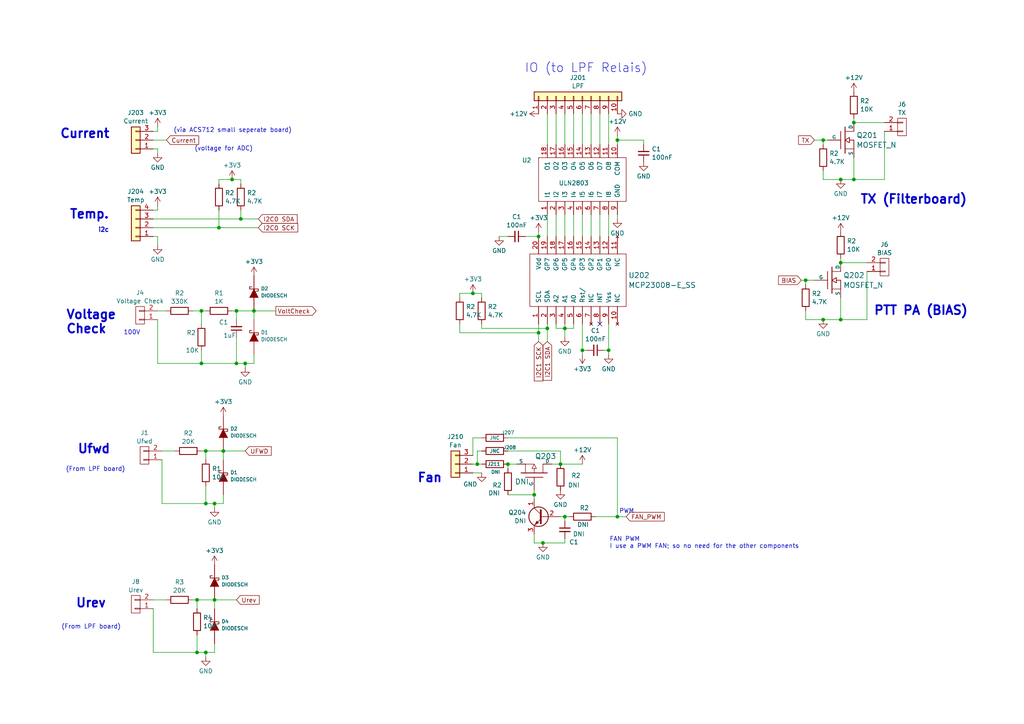
<source format=kicad_sch>
(kicad_sch (version 20230121) (generator eeschema)
  (paper "A4")
  (lib_symbols
    (symbol "Connector_Generic:Conn_01x03" (pin_names (offset 1.016) hide)
      (property "Reference" "J" (at 0 5.08 0))
      (property "Value" "Conn_01x03" (at 0 -5.08 0))
      (symbol "Conn_01x03_1_1"
        (rectangle (start -1.27 -2.413) (end 0 -2.667) (stroke (width 0.1524)))
        (rectangle (start -1.27 0.127) (end 0 -0.127) (stroke (width 0.1524)))
        (rectangle (start -1.27 2.667) (end 0 2.413) (stroke (width 0.1524)))
        (rectangle (start -1.27 3.81) (end 1.27 -3.81) (stroke (width 0.254)) (fill (type background)))
        (pin passive line (at -5.08 2.54 0) (length 3.81) (name "Pin_1") (number "1"))
        (pin passive line (at -5.08 0 0) (length 3.81) (name "Pin_2") (number "2"))
        (pin passive line (at -5.08 -2.54 0) (length 3.81) (name "Pin_3") (number "3"))
      )
    )
    (symbol "Connector_Generic:Conn_01x04" (pin_names (offset 1.016) hide)
      (property "Reference" "J" (at 0 5.08 0))
      (property "Value" "Conn_01x04" (at 0 -7.62 0))
      (symbol "Conn_01x04_1_1"
        (rectangle (start -1.27 -4.953) (end 0 -5.207) (stroke (width 0.1524)))
        (rectangle (start -1.27 -2.413) (end 0 -2.667) (stroke (width 0.1524)))
        (rectangle (start -1.27 0.127) (end 0 -0.127) (stroke (width 0.1524)))
        (rectangle (start -1.27 2.667) (end 0 2.413) (stroke (width 0.1524)))
        (rectangle (start -1.27 3.81) (end 1.27 -6.35) (stroke (width 0.254)) (fill (type background)))
        (pin passive line (at -5.08 2.54 0) (length 3.81) (name "Pin_1") (number "1"))
        (pin passive line (at -5.08 0 0) (length 3.81) (name "Pin_2") (number "2"))
        (pin passive line (at -5.08 -2.54 0) (length 3.81) (name "Pin_3") (number "3"))
        (pin passive line (at -5.08 -5.08 0) (length 3.81) (name "Pin_4") (number "4"))
      )
    )
    (symbol "Connector_Generic:Conn_01x10" (pin_names (offset 1.016) hide)
      (property "Reference" "J" (at 0 12.7 0))
      (property "Value" "Conn_01x10" (at 0 -15.24 0))
      (symbol "Conn_01x10_1_1"
        (rectangle (start -1.27 -12.573) (end 0 -12.827) (stroke (width 0.1524)))
        (rectangle (start -1.27 -10.033) (end 0 -10.287) (stroke (width 0.1524)))
        (rectangle (start -1.27 -7.493) (end 0 -7.747) (stroke (width 0.1524)))
        (rectangle (start -1.27 -4.953) (end 0 -5.207) (stroke (width 0.1524)))
        (rectangle (start -1.27 -2.413) (end 0 -2.667) (stroke (width 0.1524)))
        (rectangle (start -1.27 0.127) (end 0 -0.127) (stroke (width 0.1524)))
        (rectangle (start -1.27 2.667) (end 0 2.413) (stroke (width 0.1524)))
        (rectangle (start -1.27 5.207) (end 0 4.953) (stroke (width 0.1524)))
        (rectangle (start -1.27 7.747) (end 0 7.493) (stroke (width 0.1524)))
        (rectangle (start -1.27 10.287) (end 0 10.033) (stroke (width 0.1524)))
        (rectangle (start -1.27 11.43) (end 1.27 -13.97) (stroke (width 0.254)) (fill (type background)))
        (pin passive line (at -5.08 10.16 0) (length 3.81) (name "Pin_1") (number "1"))
        (pin passive line (at -5.08 -12.7 0) (length 3.81) (name "Pin_10") (number "10"))
        (pin passive line (at -5.08 7.62 0) (length 3.81) (name "Pin_2") (number "2"))
        (pin passive line (at -5.08 5.08 0) (length 3.81) (name "Pin_3") (number "3"))
        (pin passive line (at -5.08 2.54 0) (length 3.81) (name "Pin_4") (number "4"))
        (pin passive line (at -5.08 0 0) (length 3.81) (name "Pin_5") (number "5"))
        (pin passive line (at -5.08 -2.54 0) (length 3.81) (name "Pin_6") (number "6"))
        (pin passive line (at -5.08 -5.08 0) (length 3.81) (name "Pin_7") (number "7"))
        (pin passive line (at -5.08 -7.62 0) (length 3.81) (name "Pin_8") (number "8"))
        (pin passive line (at -5.08 -10.16 0) (length 3.81) (name "Pin_9") (number "9"))
      )
    )
    (symbol "Transistor_BJT:BC547" (pin_names (offset 0) hide)
      (property "Reference" "Q" (at 5.08 1.905 0))
      (property "Value" "BC547" (at 5.08 0 0))
      (symbol "BC547_0_1"
        (polyline (pts (xy 0 0) (xy 0.635 0)))
        (polyline (pts (xy 0.635 0.635) (xy 2.54 2.54)))
        (polyline (pts (xy 0.635 -0.635) (xy 2.54 -2.54) (xy 2.54 -2.54)))
        (polyline (pts (xy 0.635 1.905) (xy 0.635 -1.905) (xy 0.635 -1.905)) (stroke (width 0.508)))
        (polyline (pts (xy 1.27 -1.778) (xy 1.778 -1.27) (xy 2.286 -2.286) (xy 1.27 -1.778) (xy 1.27 -1.778)) (fill (type outline)))
        (circle (center 1.27 0) (radius 2.8194) (stroke (width 0.254)))
      )
      (symbol "BC547_1_1"
        (pin passive line (at 2.54 5.08 270) (length 2.54) (name "C") (number "1"))
        (pin input line (at -5.08 0 0) (length 5.08) (name "B") (number "2"))
        (pin passive line (at 2.54 -5.08 90) (length 2.54) (name "E") (number "3"))
      )
    )
    (symbol "hermeslite:+3V3" (power) (pin_names (offset 0))
      (property "Value" "+3V3" (at 0 3.556 0))
      (symbol "+3V3_0_1"
        (polyline (pts (xy -0.762 1.27) (xy 0 2.54)))
        (polyline (pts (xy 0 0) (xy 0 2.54)))
        (polyline (pts (xy 0 2.54) (xy 0.762 1.27)))
      )
      (symbol "+3V3_1_1"
        (pin power_in line (at 0 0 90) (length 0) hide (name "+3V3") (number "1"))
      )
    )
    (symbol "hermeslite:CONN_01X02" (pin_names (offset 1.016) hide)
      (property "Reference" "J" (at 0 3.81 0))
      (property "Value" "CONN_01X02" (at 2.54 0 90))
      (symbol "CONN_01X02_0_1"
        (rectangle (start -1.27 -1.143) (end 0.254 -1.397))
        (rectangle (start -1.27 1.397) (end 0.254 1.143))
        (rectangle (start -1.27 2.54) (end 1.27 -2.54))
      )
      (symbol "CONN_01X02_1_1"
        (pin passive line (at -5.08 1.27 0) (length 3.81) (name "P1") (number "1"))
        (pin passive line (at -5.08 -1.27 0) (length 3.81) (name "P2") (number "2"))
      )
    )
    (symbol "hermeslite:C_Small" (pin_numbers hide) (pin_names (offset 0.254) hide)
      (property "Reference" "C" (at 0.254 1.778 0))
      (property "Value" "C_Small" (at 0.254 -2.032 0))
      (symbol "C_Small_0_1"
        (polyline (pts (xy -1.524 -0.508) (xy 1.524 -0.508)) (stroke (width 0.3302)))
        (polyline (pts (xy -1.524 0.508) (xy 1.524 0.508)) (stroke (width 0.3048)))
      )
      (symbol "C_Small_1_1"
        (pin passive line (at 0 2.54 270) (length 2.032) (name "~") (number "1"))
        (pin passive line (at 0 -2.54 90) (length 2.032) (name "~") (number "2"))
      )
    )
    (symbol "hermeslite:DIODESCH" (pin_numbers hide) (pin_names (offset 1.016) hide)
      (property "Reference" "D" (at 0 2.54 0))
      (property "Value" "DIODESCH" (at 0 -2.54 0))
      (symbol "DIODESCH_0_1"
        (polyline (pts (xy -1.27 1.27) (xy 1.27 0) (xy -1.27 -1.27)) (fill (type outline)))
        (polyline (pts (xy 1.905 0.635) (xy 1.905 1.27) (xy 1.27 1.27) (xy 1.27 -1.27) (xy 0.635 -1.27) (xy 0.635 -0.635)) (stroke (width 0.2032)))
      )
      (symbol "DIODESCH_1_1"
        (pin passive line (at -5.08 0 0) (length 3.81) (name "A") (number "1"))
        (pin passive line (at 5.08 0 180) (length 3.81) (name "K") (number "2"))
      )
    )
    (symbol "hermeslite:GND" (power) (pin_names (offset 0))
      (property "Value" "GND" (at 0 -3.81 0))
      (symbol "GND_0_1"
        (polyline (pts (xy 0 0) (xy 0 -1.27) (xy 1.27 -1.27) (xy 0 -2.54) (xy -1.27 -1.27) (xy 0 -1.27)))
      )
      (symbol "GND_1_1"
        (pin power_in line (at 0 0 270) (length 0) hide (name "GND") (number "1"))
      )
    )
    (symbol "hermeslite:JNC" (pin_numbers hide) (pin_names (offset 0))
      (property "Reference" "J" (at 2.032 0 90))
      (property "Value" "JNC" (at 0 0 90))
      (symbol "JNC_0_1"
        (rectangle (start -1.016 -2.54) (end 1.016 2.54) (stroke (width 0.254)))
      )
      (symbol "JNC_1_1"
        (pin passive line (at 0 -3.81 90) (length 1.27) (name "~") (number "1"))
        (pin passive line (at 0 3.81 270) (length 1.27) (name "~") (number "2"))
      )
    )
    (symbol "hermeslite:JNO" (pin_numbers hide) (pin_names (offset 0))
      (property "Reference" "J" (at 2.032 0 90))
      (property "Value" "JNO" (at 0 0 90))
      (symbol "JNO_0_1"
        (rectangle (start -1.016 -2.54) (end 1.016 2.54) (stroke (width 0.254)))
      )
      (symbol "JNO_1_1"
        (pin passive line (at 0 3.81 270) (length 1.27) (name "~") (number "1"))
        (pin passive line (at 0 -3.81 90) (length 1.27) (name "~") (number "2"))
      )
    )
    (symbol "hermeslite:MCP23008-E_SS" (pin_names (offset 1.016))
      (property "Reference" "U" (at 0 15.24 0))
      (property "Value" "MCP23008-E_SS" (at 0 -19.05 0))
      (symbol "MCP23008-E_SS_0_1"
        (rectangle (start -7.62 12.7) (end 7.62 -15.24))
      )
      (symbol "MCP23008-E_SS_1_1"
        (pin input line (at -12.7 10.16 0) (length 5.08) (name "SCL") (number "1"))
        (pin no_connect line (at -12.7 -12.7 0) (length 5.08) (name "NC") (number "10"))
        (pin no_connect line (at 12.7 -12.7 180) (length 5.08) (name "NC") (number "11"))
        (pin output line (at 12.7 -10.16 180) (length 5.08) (name "GP0") (number "12"))
        (pin output line (at 12.7 -7.62 180) (length 5.08) (name "GP1") (number "13"))
        (pin output line (at 12.7 -5.08 180) (length 5.08) (name "GP2") (number "14"))
        (pin output line (at 12.7 -2.54 180) (length 5.08) (name "GP3") (number "15"))
        (pin output line (at 12.7 0 180) (length 5.08) (name "GP4") (number "16"))
        (pin output line (at 12.7 2.54 180) (length 5.08) (name "GP5") (number "17"))
        (pin output line (at 12.7 5.08 180) (length 5.08) (name "GP6") (number "18"))
        (pin output line (at 12.7 7.62 180) (length 5.08) (name "GP7") (number "19"))
        (pin bidirectional line (at -12.7 7.62 0) (length 5.08) (name "SDA") (number "2"))
        (pin power_in line (at 12.7 10.16 180) (length 5.08) (name "Vdd") (number "20"))
        (pin input line (at -12.7 5.08 0) (length 5.08) (name "A2") (number "3"))
        (pin input line (at -12.7 2.54 0) (length 5.08) (name "A1") (number "4"))
        (pin input line (at -12.7 0 0) (length 5.08) (name "A0") (number "5"))
        (pin input line (at -12.7 -2.54 0) (length 5.08) (name "Rst/") (number "6"))
        (pin no_connect line (at -12.7 -5.08 0) (length 5.08) (name "NC") (number "7"))
        (pin output line (at -12.7 -7.62 0) (length 5.08) (name "INT") (number "8"))
        (pin passive line (at -12.7 -10.16 0) (length 5.08) (name "Vss") (number "9"))
      )
    )
    (symbol "hermeslite:MOSFET_N" (pin_numbers hide) (pin_names (offset 0))
      (property "Reference" "Q" (at 0.254 4.318 0))
      (property "Value" "MOSFET_N" (at 0.254 -3.81 0))
      (symbol "MOSFET_N_0_1"
        (polyline (pts (xy -1.27 -2.54) (xy -1.27 2.54)) (stroke (width 0.2032)))
        (polyline (pts (xy 0 -3.81) (xy 0 3.81)) (stroke (width 0.254)))
        (polyline (pts (xy 2.54 -2.54) (xy 0 -2.54)))
        (polyline (pts (xy 2.54 2.54) (xy 0 2.54)))
        (polyline (pts (xy 2.54 -2.54) (xy 2.54 0) (xy 1.27 0)) (stroke (width 0.2032)))
        (polyline (pts (xy 1.27 0.762) (xy 1.27 -0.762) (xy 0 0) (xy 1.27 0.762) (xy 1.27 0.762)) (stroke (width 0.2032)))
      )
      (symbol "MOSFET_N_1_1"
        (pin input line (at -5.08 0 0) (length 3.81) (name "G") (number "1"))
        (pin passive line (at 2.54 -5.08 90) (length 2.54) (name "S") (number "2"))
        (pin passive line (at 2.54 5.08 270) (length 2.54) (name "D") (number "3"))
      )
    )
    (symbol "hermeslite:MOSFET_P" (pin_numbers hide) (pin_names (offset 0))
      (property "Reference" "Q" (at 0.254 4.318 0))
      (property "Value" "MOSFET_P" (at 0.254 -3.81 0))
      (symbol "MOSFET_P_0_1"
        (polyline (pts (xy -1.27 -2.54) (xy -1.27 2.54)) (stroke (width 0.2032)))
        (polyline (pts (xy 0 -3.81) (xy 0 3.81)) (stroke (width 0.254)))
        (polyline (pts (xy 0 0) (xy 1.27 0)))
        (polyline (pts (xy 1.27 -0.635) (xy 2.54 0)))
        (polyline (pts (xy 1.27 0.635) (xy 1.27 -0.635)))
        (polyline (pts (xy 1.27 0.635) (xy 2.54 0)))
        (polyline (pts (xy 2.54 -2.54) (xy 0 -2.54)))
        (polyline (pts (xy 2.54 0) (xy 2.54 -2.54)))
        (polyline (pts (xy 2.54 2.54) (xy 0 2.54)))
      )
      (symbol "MOSFET_P_1_1"
        (pin input line (at -5.08 0 0) (length 3.81) (name "G") (number "1"))
        (pin passive line (at 2.54 -5.08 90) (length 2.54) (name "S") (number "2"))
        (pin passive line (at 2.54 5.08 270) (length 2.54) (name "D") (number "3"))
      )
    )
    (symbol "hermeslite:R" (pin_numbers hide) (pin_names (offset 0))
      (property "Reference" "R" (at 2.032 0 90))
      (property "Value" "R" (at 0 0 90))
      (symbol "R_0_1"
        (rectangle (start -1.016 -2.54) (end 1.016 2.54) (stroke (width 0.254)))
      )
      (symbol "R_1_1"
        (pin passive line (at 0 3.81 270) (length 1.27) (name "~") (number "1"))
        (pin passive line (at 0 -3.81 90) (length 1.27) (name "~") (number "2"))
      )
    )
    (symbol "hermeslite:ULN2803" (pin_names (offset 1.016))
      (property "Reference" "U" (at 0 -13.97 0))
      (property "Value" "ULN2803" (at 0 13.97 0))
      (symbol "ULN2803_1_0"
        (rectangle (start -6.35 -12.7) (end 6.35 12.7))
      )
      (symbol "ULN2803_1_1"
        (pin input line (at -10.16 10.16 0) (length 3.81) (name "I1") (number "1"))
        (pin power_in line (at 10.16 -10.16 180) (length 3.81) (name "COM") (number "10"))
        (pin output line (at 10.16 -7.62 180) (length 3.81) (name "O8") (number "11"))
        (pin output line (at 10.16 -5.08 180) (length 3.81) (name "O7") (number "12"))
        (pin output line (at 10.16 -2.54 180) (length 3.81) (name "O6") (number "13"))
        (pin output line (at 10.16 0 180) (length 3.81) (name "O5") (number "14"))
        (pin output line (at 10.16 2.54 180) (length 3.81) (name "O4") (number "15"))
        (pin output line (at 10.16 5.08 180) (length 3.81) (name "O3") (number "16"))
        (pin output line (at 10.16 7.62 180) (length 3.81) (name "O2") (number "17"))
        (pin output line (at 10.16 10.16 180) (length 3.81) (name "O1") (number "18"))
        (pin input line (at -10.16 7.62 0) (length 3.81) (name "I2") (number "2"))
        (pin input line (at -10.16 5.08 0) (length 3.81) (name "I3") (number "3"))
        (pin input line (at -10.16 2.54 0) (length 3.81) (name "I4") (number "4"))
        (pin input line (at -10.16 0 0) (length 3.81) (name "I5") (number "5"))
        (pin input line (at -10.16 -2.54 0) (length 3.81) (name "I6") (number "6"))
        (pin input line (at -10.16 -5.08 0) (length 3.81) (name "I7") (number "7"))
        (pin input line (at -10.16 -7.62 0) (length 3.81) (name "I8") (number "8"))
        (pin power_in line (at -10.16 -10.16 0) (length 3.81) (name "GND") (number "9"))
      )
    )
    (symbol "power:+12V" (power) (pin_names (offset 0))
      (property "Value" "+12V" (at 0 3.556 0))
      (symbol "+12V_0_1"
        (polyline (pts (xy -0.762 1.27) (xy 0 2.54)))
        (polyline (pts (xy 0 0) (xy 0 2.54)))
        (polyline (pts (xy 0 2.54) (xy 0.762 1.27)))
      )
      (symbol "+12V_1_1"
        (pin power_in line (at 0 0 90) (length 0) hide (name "+12V") (number "1"))
      )
    )
  )
  (junction (at 137.16 85.09))
  (junction (at 154.94 143.51))
  (junction (at 163.83 95.25))
  (junction (at 59.69 146.05))
  (junction (at 238.76 92.71))
  (junction (at 138.43 134.62))
  (junction (at 179.07 149.86))
  (junction (at 57.15 173.99))
  (junction (at 67.31 52.07))
  (junction (at 68.58 105.41))
  (junction (at 156.21 68.58))
  (junction (at 162.56 134.62))
  (junction (at 163.83 149.86))
  (junction (at 243.84 52.07))
  (junction (at 147.32 134.62))
  (junction (at 247.65 35.56))
  (junction (at 58.42 105.41))
  (junction (at 64.77 130.81))
  (junction (at 73.66 90.17))
  (junction (at 247.65 52.07))
  (junction (at 179.07 40.64))
  (junction (at 168.91 101.6))
  (junction (at 69.85 63.5))
  (junction (at 71.12 105.41))
  (junction (at 243.84 76.2))
  (junction (at 176.53 101.6))
  (junction (at 158.75 95.25))
  (junction (at 59.69 130.81))
  (junction (at 68.58 90.17))
  (junction (at 57.15 189.23))
  (junction (at 157.48 157.48))
  (junction (at 62.23 146.05))
  (junction (at 238.76 40.64))
  (junction (at 62.23 173.99))
  (junction (at 233.68 81.28))
  (junction (at 59.69 189.23))
  (junction (at 243.84 92.71))
  (junction (at 58.42 90.17))
  (junction (at 156.21 96.52))
  (junction (at 63.5 66.04))
  (no_connect (at 173.99 93.98))
  (wire (pts (xy 233.68 90.17) (xy 233.68 92.71)))
  (wire (pts (xy 138.43 130.81) (xy 138.43 134.62)))
  (wire (pts (xy 44.45 38.1) (xy 45.72 38.1)))
  (wire (pts (xy 63.5 53.34) (xy 63.5 52.07)))
  (wire (pts (xy 163.83 95.25) (xy 166.37 95.25)))
  (wire (pts (xy 243.84 92.71) (xy 243.84 86.36)))
  (wire (pts (xy 55.88 90.17) (xy 58.42 90.17)))
  (wire (pts (xy 256.54 38.1) (xy 256.54 52.07)))
  (wire (pts (xy 233.68 92.71) (xy 238.76 92.71)))
  (wire (pts (xy 62.23 173.99) (xy 68.58 173.99)))
  (wire (pts (xy 67.31 90.17) (xy 68.58 90.17)))
  (wire (pts (xy 168.91 101.6) (xy 168.91 102.87)))
  (wire (pts (xy 251.46 78.74) (xy 251.46 92.71)))
  (wire (pts (xy 58.42 90.17) (xy 59.69 90.17)))
  (wire (pts (xy 69.85 52.07) (xy 69.85 53.34)))
  (wire (pts (xy 156.21 67.31) (xy 156.21 68.58)))
  (wire (pts (xy 256.54 52.07) (xy 247.65 52.07)))
  (wire (pts (xy 45.72 38.1) (xy 45.72 36.83)))
  (wire (pts (xy 44.45 66.04) (xy 63.5 66.04)))
  (wire (pts (xy 44.45 173.99) (xy 48.26 173.99)))
  (wire (pts (xy 68.58 105.41) (xy 71.12 105.41)))
  (wire (pts (xy 68.58 90.17) (xy 68.58 92.71)))
  (wire (pts (xy 173.99 33.02) (xy 173.99 41.91)))
  (wire (pts (xy 59.69 189.23) (xy 59.69 190.5)))
  (wire (pts (xy 152.4 68.58) (xy 156.21 68.58)))
  (wire (pts (xy 73.66 90.17) (xy 80.01 90.17)))
  (wire (pts (xy 45.72 90.17) (xy 48.26 90.17)))
  (wire (pts (xy 138.43 134.62) (xy 139.7 134.62)))
  (wire (pts (xy 175.26 101.6) (xy 176.53 101.6)))
  (wire (pts (xy 172.72 149.86) (xy 179.07 149.86)))
  (wire (pts (xy 166.37 62.23) (xy 166.37 68.58)))
  (wire (pts (xy 71.12 105.41) (xy 71.12 106.68)))
  (wire (pts (xy 154.94 154.94) (xy 154.94 157.48)))
  (wire (pts (xy 68.58 90.17) (xy 73.66 90.17)))
  (wire (pts (xy 44.45 43.18) (xy 45.72 43.18)))
  (wire (pts (xy 59.69 140.97) (xy 59.69 146.05)))
  (wire (pts (xy 158.75 93.98) (xy 158.75 95.25)))
  (wire (pts (xy 168.91 33.02) (xy 168.91 41.91)))
  (wire (pts (xy 166.37 95.25) (xy 166.37 93.98)))
  (wire (pts (xy 62.23 146.05) (xy 62.23 147.32)))
  (wire (pts (xy 57.15 184.15) (xy 57.15 189.23)))
  (wire (pts (xy 73.66 105.41) (xy 73.66 102.87)))
  (wire (pts (xy 170.18 101.6) (xy 168.91 101.6)))
  (wire (pts (xy 247.65 52.07) (xy 247.65 45.72)))
  (wire (pts (xy 64.77 130.81) (xy 64.77 133.35)))
  (wire (pts (xy 179.07 149.86) (xy 181.61 149.86)))
  (wire (pts (xy 59.69 130.81) (xy 64.77 130.81)))
  (wire (pts (xy 161.29 62.23) (xy 161.29 68.58)))
  (wire (pts (xy 147.32 127) (xy 179.07 127)))
  (wire (pts (xy 147.32 130.81) (xy 162.56 130.81)))
  (wire (pts (xy 160.02 134.62) (xy 162.56 134.62)))
  (wire (pts (xy 139.7 130.81) (xy 138.43 130.81)))
  (wire (pts (xy 179.07 62.23) (xy 179.07 63.5)))
  (wire (pts (xy 46.99 146.05) (xy 59.69 146.05)))
  (wire (pts (xy 69.85 63.5) (xy 74.93 63.5)))
  (wire (pts (xy 179.07 39.37) (xy 179.07 40.64)))
  (wire (pts (xy 166.37 33.02) (xy 166.37 41.91)))
  (wire (pts (xy 62.23 173.99) (xy 62.23 176.53)))
  (wire (pts (xy 58.42 101.6) (xy 58.42 105.41)))
  (wire (pts (xy 158.75 62.23) (xy 158.75 68.58)))
  (wire (pts (xy 59.69 130.81) (xy 59.69 133.35)))
  (wire (pts (xy 173.99 62.23) (xy 173.99 68.58)))
  (wire (pts (xy 147.32 143.51) (xy 154.94 143.51)))
  (wire (pts (xy 163.83 157.48) (xy 163.83 156.21)))
  (wire (pts (xy 243.84 74.93) (xy 243.84 76.2)))
  (wire (pts (xy 67.31 52.07) (xy 69.85 52.07)))
  (wire (pts (xy 149.86 134.62) (xy 147.32 134.62)))
  (wire (pts (xy 158.75 95.25) (xy 158.75 99.06)))
  (wire (pts (xy 176.53 93.98) (xy 176.53 101.6)))
  (wire (pts (xy 57.15 173.99) (xy 62.23 173.99)))
  (wire (pts (xy 58.42 130.81) (xy 59.69 130.81)))
  (wire (pts (xy 45.72 43.18) (xy 45.72 44.45)))
  (wire (pts (xy 186.69 41.91) (xy 186.69 40.64)))
  (wire (pts (xy 59.69 189.23) (xy 62.23 189.23)))
  (wire (pts (xy 161.29 95.25) (xy 163.83 95.25)))
  (wire (pts (xy 186.69 40.64) (xy 179.07 40.64)))
  (wire (pts (xy 154.94 142.24) (xy 154.94 143.51)))
  (wire (pts (xy 44.45 60.96) (xy 45.72 60.96)))
  (wire (pts (xy 139.7 93.98) (xy 139.7 95.25)))
  (wire (pts (xy 62.23 146.05) (xy 64.77 146.05)))
  (wire (pts (xy 144.78 68.58) (xy 147.32 68.58)))
  (wire (pts (xy 238.76 52.07) (xy 243.84 52.07)))
  (wire (pts (xy 162.56 134.62) (xy 168.91 134.62)))
  (wire (pts (xy 163.83 149.86) (xy 165.1 149.86)))
  (wire (pts (xy 158.75 33.02) (xy 158.75 41.91)))
  (wire (pts (xy 163.83 149.86) (xy 163.83 151.13)))
  (wire (pts (xy 133.35 96.52) (xy 156.21 96.52)))
  (wire (pts (xy 59.69 146.05) (xy 62.23 146.05)))
  (wire (pts (xy 137.16 134.62) (xy 138.43 134.62)))
  (wire (pts (xy 44.45 68.58) (xy 45.72 68.58)))
  (wire (pts (xy 162.56 130.81) (xy 162.56 134.62)))
  (wire (pts (xy 45.72 60.96) (xy 45.72 59.69)))
  (wire (pts (xy 162.56 149.86) (xy 163.83 149.86)))
  (wire (pts (xy 63.5 60.96) (xy 63.5 66.04)))
  (wire (pts (xy 137.16 127) (xy 139.7 127)))
  (wire (pts (xy 62.23 189.23) (xy 62.23 186.69)))
  (wire (pts (xy 154.94 143.51) (xy 154.94 144.78)))
  (wire (pts (xy 68.58 97.79) (xy 68.58 105.41)))
  (wire (pts (xy 163.83 93.98) (xy 163.83 95.25)))
  (wire (pts (xy 247.65 35.56) (xy 256.54 35.56)))
  (wire (pts (xy 73.66 90.17) (xy 73.66 92.71)))
  (wire (pts (xy 238.76 49.53) (xy 238.76 52.07)))
  (wire (pts (xy 64.77 146.05) (xy 64.77 143.51)))
  (wire (pts (xy 238.76 92.71) (xy 243.84 92.71)))
  (wire (pts (xy 137.16 137.16) (xy 139.7 137.16)))
  (wire (pts (xy 44.45 63.5) (xy 69.85 63.5)))
  (wire (pts (xy 176.53 62.23) (xy 176.53 68.58)))
  (wire (pts (xy 133.35 86.36) (xy 133.35 85.09)))
  (wire (pts (xy 63.5 66.04) (xy 74.93 66.04)))
  (wire (pts (xy 233.68 81.28) (xy 233.68 82.55)))
  (wire (pts (xy 251.46 92.71) (xy 243.84 92.71)))
  (wire (pts (xy 58.42 105.41) (xy 68.58 105.41)))
  (wire (pts (xy 44.45 176.53) (xy 44.45 189.23)))
  (wire (pts (xy 57.15 173.99) (xy 57.15 176.53)))
  (wire (pts (xy 154.94 157.48) (xy 157.48 157.48)))
  (wire (pts (xy 44.45 189.23) (xy 57.15 189.23)))
  (wire (pts (xy 137.16 85.09) (xy 139.7 85.09)))
  (wire (pts (xy 156.21 93.98) (xy 156.21 96.52)))
  (wire (pts (xy 46.99 133.35) (xy 46.99 146.05)))
  (wire (pts (xy 243.84 76.2) (xy 251.46 76.2)))
  (wire (pts (xy 139.7 95.25) (xy 158.75 95.25)))
  (wire (pts (xy 45.72 92.71) (xy 45.72 105.41)))
  (wire (pts (xy 163.83 62.23) (xy 163.83 68.58)))
  (wire (pts (xy 171.45 33.02) (xy 171.45 41.91)))
  (wire (pts (xy 168.91 101.6) (xy 168.91 93.98)))
  (wire (pts (xy 243.84 52.07) (xy 247.65 52.07)))
  (wire (pts (xy 247.65 34.29) (xy 247.65 35.56)))
  (wire (pts (xy 45.72 105.41) (xy 58.42 105.41)))
  (wire (pts (xy 137.16 132.08) (xy 137.16 127)))
  (wire (pts (xy 176.53 33.02) (xy 176.53 41.91)))
  (wire (pts (xy 69.85 60.96) (xy 69.85 63.5)))
  (wire (pts (xy 240.03 40.64) (xy 238.76 40.64)))
  (wire (pts (xy 133.35 93.98) (xy 133.35 96.52)))
  (wire (pts (xy 168.91 62.23) (xy 168.91 68.58)))
  (wire (pts (xy 238.76 40.64) (xy 238.76 41.91)))
  (wire (pts (xy 63.5 52.07) (xy 67.31 52.07)))
  (wire (pts (xy 133.35 85.09) (xy 137.16 85.09)))
  (wire (pts (xy 156.21 96.52) (xy 156.21 99.06)))
  (wire (pts (xy 57.15 189.23) (xy 59.69 189.23)))
  (wire (pts (xy 64.77 130.81) (xy 71.12 130.81)))
  (wire (pts (xy 46.99 130.81) (xy 50.8 130.81)))
  (wire (pts (xy 161.29 93.98) (xy 161.29 95.25)))
  (wire (pts (xy 44.45 40.64) (xy 48.26 40.64)))
  (wire (pts (xy 232.41 81.28) (xy 233.68 81.28)))
  (wire (pts (xy 147.32 134.62) (xy 147.32 135.89)))
  (wire (pts (xy 71.12 105.41) (xy 73.66 105.41)))
  (wire (pts (xy 163.83 33.02) (xy 163.83 41.91)))
  (wire (pts (xy 176.53 101.6) (xy 176.53 102.87)))
  (wire (pts (xy 55.88 173.99) (xy 57.15 173.99)))
  (wire (pts (xy 236.22 81.28) (xy 233.68 81.28)))
  (wire (pts (xy 161.29 33.02) (xy 161.29 41.91)))
  (wire (pts (xy 45.72 68.58) (xy 45.72 71.12)))
  (wire (pts (xy 139.7 85.09) (xy 139.7 86.36)))
  (wire (pts (xy 58.42 90.17) (xy 58.42 93.98)))
  (wire (pts (xy 171.45 62.23) (xy 171.45 68.58)))
  (wire (pts (xy 236.22 40.64) (xy 238.76 40.64)))
  (wire (pts (xy 163.83 95.25) (xy 163.83 97.79)))
  (wire (pts (xy 157.48 157.48) (xy 163.83 157.48)))
  (wire (pts (xy 179.07 127) (xy 179.07 149.86)))
  (wire (pts (xy 179.07 40.64) (xy 179.07 41.91)))
  (text "PWM" (at 179.578 149.098 0) (effects (font (size 1.27 1.27)) (justify left bottom)))
  (text "FAN PWM\nI use a PWM FAN; so no need for the other components " (at 176.784 159.258 0) (effects (font (size 1.27 1.27)) (justify left bottom)))
  (text "(From LPF board)" (at 17.78 182.626 0) (effects (font (size 1.27 1.27)) (justify left bottom)))
  (text "(via ACS712 small seperate board)" (at 50.292 38.608 0) (effects (font (size 1.27 1.27)) (justify left bottom)))
  (text "Voltage\nCheck" (at 19.05 97.028 0) (effects (font (size 2.56 2.56) (thickness 0.512) bold) (justify left bottom)))
  (text "Urev" (at 21.844 176.53 0) (effects (font (size 2.56 2.56) (thickness 0.512) bold) (justify left bottom)))
  (text "(voltage for ADC)" (at 56.388 43.942 0) (effects (font (size 1.27 1.27)) (justify left bottom)))
  (text "IO (to LPF Relais)" (at 152.146 21.336 0) (effects (font (size 2.56 2.56)) (justify left bottom)))
  (text "100V" (at 35.814 97.282 0) (effects (font (size 1.27 1.27)) (justify left bottom)))
  (text "i2c" (at 28.448 67.564 0) (effects (font (size 1.27 1.27) (thickness 0.254) bold) (justify left bottom)))
  (text "(From LPF board)" (at 19.05 136.906 0) (effects (font (size 1.27 1.27)) (justify left bottom)))
  (text "Fan" (at 120.904 140.208 0) (effects (font (size 2.56 2.56) (thickness 0.512) bold) (justify left bottom)))
  (text "TX (Filterboard)" (at 280.67 59.436 0) (effects (font (size 2.56 2.56) (thickness 0.512) bold) (justify right bottom)))
  (text "Ufwd" (at 22.352 131.826 0) (effects (font (size 2.56 2.56) (thickness 0.512) bold) (justify left bottom)))
  (text "Temp." (at 20.066 63.754 0) (effects (font (size 2.56 2.56) (thickness 0.512) bold) (justify left bottom)))
  (text "PTT PA (BIAS)" (at 280.924 91.694 0) (effects (font (size 2.56 2.56) (thickness 0.512) bold) (justify right bottom)))
  (text "Current\n" (at 17.272 40.386 0) (effects (font (size 2.56 2.56) (thickness 0.512) bold) (justify left bottom)))
  (global_label "TX" (shape input) (at 236.22 40.64 180) (property "Intersheetrefs" "${INTERSHEET_REFS}" (effects hide)))
  (global_label "I2C1 SCK" (shape input) (at 156.21 99.06 270) (property "Intersheetrefs" "${INTERSHEET_REFS}" (effects hide)))
  (global_label "VoltCheck" (shape output) (at 80.01 90.17 0) (property "Intersheetrefs" "${INTERSHEET_REFS}" (effects hide)))
  (global_label "FAN_PWM" (shape input) (at 181.61 149.86 0) (property "Intersheetrefs" "${INTERSHEET_REFS}" (effects hide)))
  (global_label "I2C0 SCK" (shape input) (at 74.93 66.04 0) (property "Intersheetrefs" "${INTERSHEET_REFS}" (effects hide)))
  (global_label "Current" (shape input) (at 48.26 40.64 0) (property "Intersheetrefs" "${INTERSHEET_REFS}" (effects hide)))
  (global_label "BIAS" (shape input) (at 232.41 81.28 180) (property "Intersheetrefs" "${INTERSHEET_REFS}" (effects hide)))
  (global_label "I2C0 SDA" (shape input) (at 74.93 63.5 0) (property "Intersheetrefs" "${INTERSHEET_REFS}" (effects hide)))
  (global_label "Urev" (shape input) (at 68.58 173.99 0) (property "Intersheetrefs" "${INTERSHEET_REFS}" (effects hide)))
  (global_label "UFWD" (shape input) (at 71.12 130.81 0) (property "Intersheetrefs" "${INTERSHEET_REFS}" (effects hide)))
  (global_label "I2C1 SDA" (shape input) (at 158.75 99.06 270) (property "Intersheetrefs" "${INTERSHEET_REFS}" (effects hide)))
  (symbol (lib_id "hermeslite:R") (at 52.07 90.17 90) (unit 1)
    (property "Reference" "R2" (at 52.07 85.0097 90))
    (property "Value" "330K" (at 52.07 87.4339 90))
    (property "Footprint" "hermeslite:SMD-0805" (effects hide))
    (instances (project "RB2AMPController" (path "" (reference "R2") (unit 1)) (path "" (reference "R205") (unit 1))))
  )
  (symbol (lib_id "hermeslite:DIODESCH") (at 64.77 125.73 90) (unit 1)
    (property "Reference" "D2" (at 66.7766 124.354 90) (effects (font (size 1.016 1.016)) (justify right)))
    (property "Value" "DIODESCH" (at 66.7766 126.3694 90) (effects (font (size 1.016 1.016)) (justify right)))
    (property "Footprint" "Diode_SMD:D_0805_2012Metric" (effects hide))
    (instances (project "RB2AMPController" (path "" (reference "D2") (unit 1)) (path "" (reference "D203") (unit 1))))
  )
  (symbol (lib_id "hermeslite:R") (at 58.42 97.79 180) (unit 1)
    (property "Reference" "R2" (at 54.102 96.52 0) (effects (justify right)))
    (property "Value" "10K" (at 53.848 101.6 0) (effects (justify right)))
    (property "Footprint" "hermeslite:SMD-0805" (effects hide))
    (instances (project "RB2AMPController" (path "" (reference "R2") (unit 1)) (path "" (reference "R207") (unit 1))))
  )
  (symbol (lib_id "hermeslite:+3V3") (at 45.72 36.83 0) (unit 1)
    (property "Reference" "#PWR06" (effects hide))
    (property "Value" "+3V3" (at 45.72 32.6969 0))
    (instances (project "RB2AMPController" (path "" (reference "#PWR06") (unit 1)) (path "" (reference "#PWR0204") (unit 1))))
  )
  (symbol (lib_id "hermeslite:GND") (at 176.53 102.87 0) (unit 1)
    (property "Reference" "#PWR09" (effects hide))
    (property "Value" "GND" (at 176.53 107.0031 0))
    (instances (project "RB2AMPController" (path "" (reference "#PWR09") (unit 1)) (path "" (reference "#PWR0218") (unit 1))))
  )
  (symbol (lib_id "hermeslite:MCP23008-E_SS") (at 166.37 81.28 90) (unit 1)
    (property "Reference" "U202" (at 182.245 79.8636 90) (effects (font (size 1.524 1.524)) (justify right)))
    (property "Value" "MCP23008-E_SS" (at 182.245 82.6964 90) (effects (font (size 1.524 1.524)) (justify right)))
    (property "Footprint" "Package_SO:SOIC-20W_7.5x15.4mm_P1.27mm" (effects hide))
  )
  (symbol (lib_id "hermeslite:R") (at 238.76 45.72 180) (unit 1)
    (property "Reference" "R2" (at 240.538 44.5079 0) (effects (justify right)))
    (property "Value" "4.7K" (at 240.538 46.9321 0) (effects (justify right)))
    (property "Footprint" "hermeslite:SMD-0805" (effects hide))
    (instances (project "RB2AMPController" (path "" (reference "R2") (unit 1)) (path "" (reference "R202") (unit 1))))
  )
  (symbol (lib_id "Connector_Generic:Conn_01x03") (at 132.08 134.62 180) (unit 1)
    (property "Reference" "J210" (at 132.08 126.6657 0))
    (property "Value" "Fan" (at 132.08 129.0899 0))
    (property "Footprint" "Connector_PinSocket_2.54mm:PinSocket_1x03_P2.54mm_Vertical" (effects hide))
  )
  (symbol (lib_id "power:+12V") (at 168.91 134.62 0) (unit 1)
    (property "Reference" "#PWR035" (effects hide))
    (property "Value" "+12V" (at 168.91 130.4869 0))
    (instances (project "RB2AMPController" (path "" (reference "#PWR035") (unit 1)) (path "" (reference "#PWR0222") (unit 1))))
  )
  (symbol (lib_id "hermeslite:R") (at 247.65 30.48 180) (unit 1)
    (property "Reference" "R2" (at 249.428 29.2679 0) (effects (justify right)))
    (property "Value" "10K" (at 249.428 31.6921 0) (effects (justify right)))
    (property "Footprint" "hermeslite:SMD-0805" (effects hide))
    (instances (project "RB2AMPController" (path "" (reference "R2") (unit 1)) (path "" (reference "R201") (unit 1))))
  )
  (symbol (lib_id "hermeslite:C_Small") (at 163.83 153.67 0) (unit 1)
    (property "Reference" "C1" (at 165.1 157.226 0) (effects (justify left)))
    (property "Value" "DNI" (at 166.1541 154.8884 0) (effects (justify left)))
    (property "Footprint" "hermeslite:SMD-0805" (effects hide))
    (property "Option" "NOPWMFAN" (effects hide))
    (property "Key" "C 100nF" (effects hide))
    (instances (project "RB2AMPController" (path "" (reference "C1") (unit 1)) (path "" (reference "C205") (unit 1)) (path "" (reference "C8") (unit 1))))
  )
  (symbol (lib_id "hermeslite:DIODESCH") (at 64.77 138.43 90) (unit 1)
    (property "Reference" "D1" (at 66.7766 137.054 90) (effects (font (size 1.016 1.016)) (justify right)))
    (property "Value" "DIODESCH" (at 66.7766 139.0694 90) (effects (font (size 1.016 1.016)) (justify right)))
    (property "Footprint" "Diode_SMD:D_0805_2012Metric" (effects hide))
    (instances (project "RB2AMPController" (path "" (reference "D1") (unit 1)) (path "" (reference "D204") (unit 1))))
  )
  (symbol (lib_id "hermeslite:R") (at 168.91 149.86 90) (unit 1)
    (property "Reference" "R2" (at 168.148 147.32 90) (effects (justify right)))
    (property "Value" "DNI" (at 167.386 152.146 90) (effects (justify right)))
    (property "Footprint" "hermeslite:SMD-0805" (effects hide))
    (property "Option" "NOPWMFAN" (effects hide))
    (property "Key" "R 4.7K" (effects hide))
    (instances (project "RB2AMPController" (path "" (reference "R2") (unit 1)) (path "" (reference "R212") (unit 1))))
  )
  (symbol (lib_id "hermeslite:R") (at 233.68 86.36 180) (unit 1)
    (property "Reference" "R2" (at 235.458 85.1479 0) (effects (justify right)))
    (property "Value" "4.7K" (at 235.458 87.5721 0) (effects (justify right)))
    (property "Footprint" "hermeslite:SMD-0805" (effects hide))
    (instances (project "RB2AMPController" (path "" (reference "R2") (unit 1)) (path "" (reference "R204") (unit 1))))
  )
  (symbol (lib_id "hermeslite:+3V3") (at 64.77 120.65 0) (unit 1)
    (property "Reference" "#PWR06" (effects hide))
    (property "Value" "+3V3" (at 64.77 116.5169 0))
    (instances (project "RB2AMPController" (path "" (reference "#PWR06") (unit 1)) (path "" (reference "#PWR0221") (unit 1))))
  )
  (symbol (lib_id "hermeslite:MOSFET_N") (at 241.3 81.28 0) (unit 1)
    (property "Reference" "Q202" (at 244.5766 79.8636 0) (effects (font (size 1.524 1.524)) (justify left)))
    (property "Value" "MOSFET_N" (at 244.5766 82.6964 0) (effects (font (size 1.524 1.524)) (justify left)))
    (property "Footprint" "hermeslite:SOT23_3" (effects hide))
  )
  (symbol (lib_id "power:+12V") (at 243.84 67.31 0) (unit 1)
    (property "Reference" "#PWR035" (effects hide))
    (property "Value" "+12V" (at 243.84 63.1769 0))
    (instances (project "RB2AMPController" (path "" (reference "#PWR035") (unit 1)) (path "" (reference "#PWR0212") (unit 1))))
  )
  (symbol (lib_id "hermeslite:DIODESCH") (at 62.23 168.91 90) (unit 1)
    (property "Reference" "D3" (at 64.2366 167.534 90) (effects (font (size 1.016 1.016)) (justify right)))
    (property "Value" "DIODESCH" (at 64.2366 169.5494 90) (effects (font (size 1.016 1.016)) (justify right)))
    (property "Footprint" "Diode_SMD:D_0805_2012Metric" (effects hide))
    (instances (project "RB2AMPController" (path "" (reference "D3") (unit 1)) (path "" (reference "D205") (unit 1))))
  )
  (symbol (lib_id "hermeslite:GND") (at 45.72 71.12 0) (unit 1)
    (property "Reference" "#PWR05" (effects hide))
    (property "Value" "GND" (at 45.72 75.2531 0))
    (instances (project "RB2AMPController" (path "" (reference "#PWR05") (unit 1)) (path "" (reference "#PWR0214") (unit 1))))
  )
  (symbol (lib_id "hermeslite:JNC") (at 143.51 130.81 90) (unit 1)
    (property "Reference" "J208" (at 147.828 129.794 90) (effects (font (size 0.9906 0.9906))))
    (property "Value" "JNC" (at 143.51 130.81 90) (effects (font (size 0.9906 0.9906))))
    (property "Footprint" "hermeslite:SMD-0805" (effects hide))
  )
  (symbol (lib_id "hermeslite:GND") (at 45.72 44.45 0) (unit 1)
    (property "Reference" "#PWR05" (effects hide))
    (property "Value" "GND" (at 45.72 48.5831 0))
    (instances (project "RB2AMPController" (path "" (reference "#PWR05") (unit 1)) (path "" (reference "#PWR0206") (unit 1))))
  )
  (symbol (lib_id "power:+12V") (at 247.65 26.67 0) (unit 1)
    (property "Reference" "#PWR035" (effects hide))
    (property "Value" "+12V" (at 247.65 22.5369 0))
    (instances (project "RB2AMPController" (path "" (reference "#PWR035") (unit 1)) (path "" (reference "#PWR0201") (unit 1))))
  )
  (symbol (lib_id "hermeslite:GND") (at 238.76 92.71 0) (unit 1)
    (property "Reference" "#PWR09" (effects hide))
    (property "Value" "GND" (at 238.76 96.8431 0))
    (instances (project "RB2AMPController" (path "" (reference "#PWR09") (unit 1)) (path "" (reference "#PWR0216") (unit 1))))
  )
  (symbol (lib_id "hermeslite:R") (at 139.7 90.17 180) (unit 1)
    (property "Reference" "R2" (at 141.478 88.9579 0) (effects (justify right)))
    (property "Value" "4.7K" (at 141.478 91.3821 0) (effects (justify right)))
    (property "Footprint" "hermeslite:SMD-0805" (effects hide))
    (instances (project "RB2AMPController" (path "" (reference "R2") (unit 1)) (path "" (reference "R218") (unit 1))))
  )
  (symbol (lib_id "hermeslite:R") (at 147.32 139.7 0) (unit 1)
    (property "Reference" "R2" (at 145.542 140.716 0) (effects (justify right)))
    (property "Value" "DNI" (at 145.034 143.002 0) (effects (justify right)))
    (property "Footprint" "hermeslite:SMD-0805" (effects hide))
    (property "Option" "NOPWMFAN" (effects hide))
    (property "Key" "R 10K" (effects hide))
    (instances (project "RB2AMPController" (path "" (reference "R2") (unit 1)) (path "" (reference "R211") (unit 1))))
  )
  (symbol (lib_id "hermeslite:C_Small") (at 68.58 95.25 180) (unit 1)
    (property "Reference" "C1" (at 63.5 93.472 0) (effects (justify right)))
    (property "Value" "1uF" (at 64.77 97.282 0) (effects (justify right)))
    (property "Footprint" "hermeslite:SMD-0805" (effects hide))
    (instances (project "RB2AMPController" (path "" (reference "C1") (unit 1)) (path "" (reference "C203") (unit 1))))
  )
  (symbol (lib_id "hermeslite:MOSFET_N") (at 245.11 40.64 0) (unit 1)
    (property "Reference" "Q201" (at 248.3866 39.2236 0) (effects (font (size 1.524 1.524)) (justify left)))
    (property "Value" "MOSFET_N" (at 248.3866 42.0564 0) (effects (font (size 1.524 1.524)) (justify left)))
    (property "Footprint" "hermeslite:SOT23_3" (effects hide))
  )
  (symbol (lib_id "hermeslite:+3V3") (at 137.16 85.09 0) (unit 1)
    (property "Reference" "#PWR06" (effects hide))
    (property "Value" "+3V3" (at 137.16 80.9569 0))
    (instances (project "RB2AMPController" (path "" (reference "#PWR06") (unit 1)) (path "" (reference "#PWR0230") (unit 1))))
  )
  (symbol (lib_id "Connector_Generic:Conn_01x03") (at 39.37 40.64 180) (unit 1)
    (property "Reference" "J203" (at 39.37 32.6857 0))
    (property "Value" "Current" (at 39.37 35.1099 0))
    (property "Footprint" "Connector_PinSocket_2.54mm:PinSocket_1x03_P2.54mm_Vertical" (effects hide))
  )
  (symbol (lib_id "hermeslite:GND") (at 243.84 52.07 0) (unit 1)
    (property "Reference" "#PWR09" (effects hide))
    (property "Value" "GND" (at 243.84 56.2031 0))
    (instances (project "RB2AMPController" (path "" (reference "#PWR09") (unit 1)) (path "" (reference "#PWR0208") (unit 1))))
  )
  (symbol (lib_id "hermeslite:MOSFET_P") (at 154.94 137.16 270) (mirror x) (unit 1)
    (property "Reference" "Q203" (at 158.242 132.334 90) (effects (font (size 1.524 1.524))))
    (property "Value" "DNI" (at 151.384 139.7 90) (effects (font (size 1.524 1.524))))
    (property "Footprint" "hermeslite:SOT23_3" (effects hide))
    (property "Option" "NOPWMFAN" (effects hide))
    (property "Key " "P-Channel Mosfet" (effects hide))
  )
  (symbol (lib_id "hermeslite:ULN2803") (at 168.91 52.07 90) (unit 1)
    (property "Reference" "U2" (at 151.384 46.482 90) (effects (justify right)))
    (property "Value" "ULN2803" (at 162.052 53.086 90) (effects (justify right)))
    (property "Footprint" "Package_SO:SOIC-16_3.9x9.9mm_P1.27mm" (effects hide))
    (property "Datasheet" "DOCUMENTATION" (effects hide))
    (instances (project "RB2AMPController" (path "" (reference "U2") (unit 1)) (path "" (reference "U201") (unit 1))))
  )
  (symbol (lib_id "hermeslite:C_Small") (at 149.86 68.58 270) (unit 1)
    (property "Reference" "C1" (at 149.8536 62.8736 90))
    (property "Value" "100nF" (at 149.8536 65.2978 90))
    (property "Footprint" "hermeslite:SMD-0805" (effects hide))
    (instances (project "RB2AMPController" (path "" (reference "C1") (unit 1)) (path "" (reference "C202") (unit 1))))
  )
  (symbol (lib_id "hermeslite:R") (at 63.5 57.15 180) (unit 1)
    (property "Reference" "R2" (at 65.278 55.9379 0) (effects (justify right)))
    (property "Value" "4.7K" (at 65.278 58.3621 0) (effects (justify right)))
    (property "Footprint" "hermeslite:SMD-0805" (effects hide))
    (instances (project "RB2AMPController" (path "" (reference "R2") (unit 1)) (path "" (reference "R215") (unit 1))))
  )
  (symbol (lib_id "hermeslite:GND") (at 59.69 190.5 0) (unit 1)
    (property "Reference" "#PWR08" (effects hide))
    (property "Value" "GND" (at 59.69 194.6331 0))
    (instances (project "RB2AMPController" (path "" (reference "#PWR08") (unit 1)) (path "" (reference "#PWR0228") (unit 1))))
  )
  (symbol (lib_id "hermeslite:CONN_01X02") (at 256.54 77.47 0) (mirror x) (unit 1)
    (property "Reference" "J6" (at 256.54 70.9127 0))
    (property "Value" "BIAS" (at 256.54 73.3369 0))
    (property "Footprint" "hermeslite:2x1" (effects hide))
    (instances (project "RB2AMPController" (path "" (reference "J6") (unit 1)) (path "" (reference "J205") (unit 1))))
  )
  (symbol (lib_id "hermeslite:R") (at 69.85 57.15 180) (unit 1)
    (property "Reference" "R2" (at 71.628 55.9379 0) (effects (justify right)))
    (property "Value" "4.7K" (at 71.628 58.3621 0) (effects (justify right)))
    (property "Footprint" "hermeslite:SMD-0805" (effects hide))
    (instances (project "RB2AMPController" (path "" (reference "R2") (unit 1)) (path "" (reference "R216") (unit 1))))
  )
  (symbol (lib_id "hermeslite:GND") (at 71.12 106.68 0) (unit 1)
    (property "Reference" "#PWR05" (effects hide))
    (property "Value" "GND" (at 71.12 110.8131 0))
    (instances (project "RB2AMPController" (path "" (reference "#PWR05") (unit 1)) (path "" (reference "#PWR0220") (unit 1))))
  )
  (symbol (lib_id "hermeslite:GND") (at 62.23 147.32 0) (unit 1)
    (property "Reference" "#PWR05" (effects hide))
    (property "Value" "GND" (at 62.23 151.4531 0))
    (instances (project "RB2AMPController" (path "" (reference "#PWR05") (unit 1)) (path "" (reference "#PWR0225") (unit 1))))
  )
  (symbol (lib_id "hermeslite:C_Small") (at 186.69 44.45 180) (unit 1)
    (property "Reference" "C1" (at 189.0141 43.2315 0) (effects (justify right)))
    (property "Value" "100nF" (at 189.0141 45.6557 0) (effects (justify right)))
    (property "Footprint" "hermeslite:SMD-0805" (effects hide))
    (instances (project "RB2AMPController" (path "" (reference "C1") (unit 1)) (path "" (reference "C201") (unit 1))))
  )
  (symbol (lib_id "hermeslite:CONN_01X02") (at 40.64 91.44 180) (unit 1)
    (property "Reference" "J4" (at 40.64 84.8827 0))
    (property "Value" "Voltage Check" (at 40.64 87.3069 0))
    (property "Footprint" "hermeslite:2x1" (effects hide))
    (instances (project "RB2AMPController" (path "" (reference "J4") (unit 1)) (path "" (reference "J206") (unit 1))))
  )
  (symbol (lib_id "hermeslite:R") (at 52.07 173.99 90) (unit 1)
    (property "Reference" "R3" (at 52.07 168.8297 90))
    (property "Value" "20K" (at 52.07 171.2539 90))
    (property "Footprint" "hermeslite:SMD-0805" (effects hide))
    (instances (project "RB2AMPController" (path "" (reference "R3") (unit 1)) (path "" (reference "R213") (unit 1))))
  )
  (symbol (lib_id "hermeslite:JNC") (at 143.51 127 90) (unit 1)
    (property "Reference" "J207" (at 147.32 125.476 90) (effects (font (size 0.9906 0.9906))))
    (property "Value" "JNC" (at 143.51 127 90) (effects (font (size 0.9906 0.9906))))
    (property "Footprint" "hermeslite:SMD-0805" (effects hide))
  )
  (symbol (lib_id "hermeslite:JNO") (at 143.51 134.62 90) (unit 1)
    (property "Reference" "J211" (at 143.256 134.62 90) (effects (font (size 0.9906 0.9906))))
    (property "Value" "DNI" (at 143.764 136.906 90) (effects (font (size 0.9906 0.9906))))
    (property "Footprint" "hermeslite:SMD-0805" (effects hide))
    (property "Option" "NOPWMFAN" (effects hide))
    (property "Key " "R 0" (effects hide))
  )
  (symbol (lib_id "hermeslite:CONN_01X02") (at 261.62 36.83 0) (mirror x) (unit 1)
    (property "Reference" "J6" (at 261.62 30.2727 0))
    (property "Value" "TX" (at 261.62 32.6969 0))
    (property "Footprint" "hermeslite:2x1" (effects hide))
    (instances (project "RB2AMPController" (path "" (reference "J6") (unit 1)) (path "" (reference "J202") (unit 1))))
  )
  (symbol (lib_id "hermeslite:DIODESCH") (at 73.66 97.79 90) (unit 1)
    (property "Reference" "D1" (at 75.6666 96.414 90) (effects (font (size 1.016 1.016)) (justify right)))
    (property "Value" "DIODESCH" (at 75.6666 98.4294 90) (effects (font (size 1.016 1.016)) (justify right)))
    (property "Footprint" "Diode_SMD:D_0805_2012Metric" (effects hide))
    (instances (project "RB2AMPController" (path "" (reference "D1") (unit 1)) (path "" (reference "D202") (unit 1))))
  )
  (symbol (lib_id "Transistor_BJT:BC547") (at 157.48 149.86 0) (mirror y) (unit 1)
    (property "Reference" "Q204" (at 152.6286 148.6479 0) (effects (justify left)))
    (property "Value" "DNI" (at 152.6286 151.0721 0) (effects (justify left)))
    (property "Footprint" "hermeslite:SOT23_3" (effects hide))
    (property "Datasheet" "https://www.onsemi.com/pub/Collateral/BC550-D.pdf" (effects hide))
    (property "Option" "NOPWMFAN" (effects hide))
    (property "Key" "BC547" (effects hide))
  )
  (symbol (lib_id "hermeslite:R") (at 162.56 138.43 0) (unit 1)
    (property "Reference" "R2" (at 168.402 137.922 0) (effects (justify right)))
    (property "Value" "DNI" (at 168.148 140.716 0) (effects (justify right)))
    (property "Footprint" "hermeslite:SMD-0805" (effects hide))
    (property "Option" "NOPWMFAN" (effects hide))
    (property "Key" "R 10K" (effects hide))
    (instances (project "RB2AMPController" (path "" (reference "R2") (unit 1)) (path "" (reference "R210") (unit 1))))
  )
  (symbol (lib_id "hermeslite:R") (at 63.5 90.17 90) (unit 1)
    (property "Reference" "R1" (at 63.5 85.0097 90))
    (property "Value" "1K" (at 63.5 87.4339 90))
    (property "Footprint" "hermeslite:SMD-0805" (effects hide))
    (instances (project "RB2AMPController" (path "" (reference "R1") (unit 1)) (path "" (reference "R206") (unit 1))))
  )
  (symbol (lib_id "hermeslite:R") (at 59.69 137.16 0) (unit 1)
    (property "Reference" "R1" (at 61.468 135.9479 0) (effects (justify left)))
    (property "Value" "10K" (at 61.468 138.3721 0) (effects (justify left)))
    (property "Footprint" "hermeslite:SMD-0805" (effects hide))
    (instances (project "RB2AMPController" (path "" (reference "R1") (unit 1)) (path "" (reference "R209") (unit 1))))
  )
  (symbol (lib_id "hermeslite:CONN_01X02") (at 39.37 175.26 180) (unit 1)
    (property "Reference" "J8" (at 39.37 168.7027 0))
    (property "Value" "Urev" (at 39.37 171.1269 0))
    (property "Footprint" "Connector_PinSocket_2.54mm:PinSocket_1x02_P2.54mm_Vertical" (effects hide))
    (instances (project "RB2AMPController" (path "" (reference "J8") (unit 1)) (path "" (reference "J212") (unit 1))))
  )
  (symbol (lib_id "hermeslite:DIODESCH") (at 73.66 85.09 90) (unit 1)
    (property "Reference" "D2" (at 75.6666 83.714 90) (effects (font (size 1.016 1.016)) (justify right)))
    (property "Value" "DIODESCH" (at 75.6666 85.7294 90) (effects (font (size 1.016 1.016)) (justify right)))
    (property "Footprint" "Diode_SMD:D_0805_2012Metric" (effects hide))
    (instances (project "RB2AMPController" (path "" (reference "D2") (unit 1)) (path "" (reference "D201") (unit 1))))
  )
  (symbol (lib_id "hermeslite:GND") (at 179.07 33.02 90) (unit 1)
    (property "Reference" "#PWR09" (effects hide))
    (property "Value" "GND" (at 182.245 33.02 90) (effects (justify right)))
    (instances (project "RB2AMPController" (path "" (reference "#PWR09") (unit 1)) (path "" (reference "#PWR0203") (unit 1))))
  )
  (symbol (lib_id "Connector_Generic:Conn_01x04") (at 39.37 66.04 180) (unit 1)
    (property "Reference" "J204" (at 39.37 55.5457 0))
    (property "Value" "Temp" (at 39.37 57.9699 0))
    (property "Footprint" "hermeslite:4x1" (effects hide))
  )
  (symbol (lib_id "hermeslite:C_Small") (at 172.72 101.6 270) (unit 1)
    (property "Reference" "C1" (at 172.7136 95.8936 90))
    (property "Value" "100nF" (at 172.7136 98.3178 90))
    (property "Footprint" "hermeslite:SMD-0805" (effects hide))
    (instances (project "RB2AMPController" (path "" (reference "C1") (unit 1)) (path "" (reference "C204") (unit 1))))
  )
  (symbol (lib_id "hermeslite:+3V3") (at 168.91 102.87 180) (unit 1)
    (property "Reference" "#PWR06" (effects hide))
    (property "Value" "+3V3" (at 168.91 107.0031 0))
    (instances (project "RB2AMPController" (path "" (reference "#PWR06") (unit 1)) (path "" (reference "#PWR0219") (unit 1))))
  )
  (symbol (lib_id "hermeslite:CONN_01X02") (at 41.91 132.08 180) (unit 1)
    (property "Reference" "J1" (at 41.91 125.5227 0))
    (property "Value" "Ufwd" (at 41.91 127.9469 0))
    (property "Footprint" "hermeslite:2x1" (effects hide))
    (instances (project "RB2AMPController" (path "" (reference "J1") (unit 1)) (path "" (reference "J209") (unit 1))))
  )
  (symbol (lib_id "hermeslite:+3V3") (at 73.66 80.01 0) (unit 1)
    (property "Reference" "#PWR06" (effects hide))
    (property "Value" "+3V3" (at 73.66 75.8769 0))
    (instances (project "RB2AMPController" (path "" (reference "#PWR06") (unit 1)) (path "" (reference "#PWR0215") (unit 1))))
  )
  (symbol (lib_id "hermeslite:R") (at 243.84 71.12 180) (unit 1)
    (property "Reference" "R2" (at 245.618 69.9079 0) (effects (justify right)))
    (property "Value" "10K" (at 245.618 72.3321 0) (effects (justify right)))
    (property "Footprint" "hermeslite:SMD-0805" (effects hide))
    (instances (project "RB2AMPController" (path "" (reference "R2") (unit 1)) (path "" (reference "R203") (unit 1))))
  )
  (symbol (lib_id "hermeslite:GND") (at 162.56 142.24 0) (unit 1)
    (property "Reference" "#PWR08" (effects hide))
    (property "Value" "GND" (at 162.56 146.3731 0))
    (instances (project "RB2AMPController" (path "" (reference "#PWR08") (unit 1)) (path "" (reference "#PWR0224") (unit 1))))
  )
  (symbol (lib_id "hermeslite:R") (at 54.61 130.81 90) (unit 1)
    (property "Reference" "R2" (at 54.61 125.6497 90))
    (property "Value" "20K" (at 54.61 128.0739 90))
    (property "Footprint" "hermeslite:SMD-0805" (effects hide))
    (instances (project "RB2AMPController" (path "" (reference "R2") (unit 1)) (path "" (reference "R208") (unit 1))))
  )
  (symbol (lib_id "hermeslite:+3V3") (at 67.31 52.07 0) (unit 1)
    (property "Reference" "#PWR06" (effects hide))
    (property "Value" "+3V3" (at 67.31 47.9369 0))
    (instances (project "RB2AMPController" (path "" (reference "#PWR06") (unit 1)) (path "" (reference "#PWR0229") (unit 1))))
  )
  (symbol (lib_id "hermeslite:+3V3") (at 156.21 67.31 0) (unit 1)
    (property "Reference" "#PWR06" (effects hide))
    (property "Value" "+3V3" (at 156.21 63.1769 0))
    (instances (project "RB2AMPController" (path "" (reference "#PWR06") (unit 1)) (path "" (reference "#PWR0211") (unit 1))))
  )
  (symbol (lib_id "hermeslite:GND") (at 179.07 63.5 0) (unit 1)
    (property "Reference" "#PWR09" (effects hide))
    (property "Value" "GND" (at 179.07 67.6331 0))
    (instances (project "RB2AMPController" (path "" (reference "#PWR09") (unit 1)) (path "" (reference "#PWR0210") (unit 1))))
  )
  (symbol (lib_id "hermeslite:GND") (at 139.7 137.16 0) (unit 1)
    (property "Reference" "#PWR08" (effects hide))
    (property "Value" "GND" (at 136.398 140.462 0))
    (instances (project "RB2AMPController" (path "" (reference "#PWR08") (unit 1)) (path "" (reference "#PWR0223") (unit 1))))
  )
  (symbol (lib_id "hermeslite:GND") (at 163.83 97.79 0) (unit 1)
    (property "Reference" "#PWR09" (effects hide))
    (property "Value" "GND" (at 163.83 101.9231 0))
    (instances (project "RB2AMPController" (path "" (reference "#PWR09") (unit 1)) (path "" (reference "#PWR0217") (unit 1))))
  )
  (symbol (lib_id "hermeslite:GND") (at 186.69 46.99 0) (unit 1)
    (property "Reference" "#PWR09" (effects hide))
    (property "Value" "GND" (at 186.69 51.1231 0))
    (instances (project "RB2AMPController" (path "" (reference "#PWR09") (unit 1)) (path "" (reference "#PWR0207") (unit 1))))
  )
  (symbol (lib_id "Connector_Generic:Conn_01x10") (at 166.37 27.94 90) (unit 1)
    (property "Reference" "J201" (at 167.64 22.5257 90))
    (property "Value" "LPF" (at 167.64 24.9499 90))
    (property "Footprint" "Connector_PinSocket_2.54mm:PinSocket_1x10_P2.54mm_Vertical" (effects hide))
  )
  (symbol (lib_id "hermeslite:R") (at 133.35 90.17 180) (unit 1)
    (property "Reference" "R2" (at 135.128 88.9579 0) (effects (justify right)))
    (property "Value" "4.7K" (at 135.128 91.3821 0) (effects (justify right)))
    (property "Footprint" "hermeslite:SMD-0805" (effects hide))
    (instances (project "RB2AMPController" (path "" (reference "R2") (unit 1)) (path "" (reference "R217") (unit 1))))
  )
  (symbol (lib_id "hermeslite:DIODESCH") (at 62.23 181.61 90) (unit 1)
    (property "Reference" "D4" (at 64.2366 180.234 90) (effects (font (size 1.016 1.016)) (justify right)))
    (property "Value" "DIODESCH" (at 64.2366 182.2494 90) (effects (font (size 1.016 1.016)) (justify right)))
    (property "Footprint" "Diode_SMD:D_0805_2012Metric" (effects hide))
    (instances (project "RB2AMPController" (path "" (reference "D4") (unit 1)) (path "" (reference "D206") (unit 1))))
  )
  (symbol (lib_id "hermeslite:+3V3") (at 45.72 59.69 0) (unit 1)
    (property "Reference" "#PWR06" (effects hide))
    (property "Value" "+3V3" (at 45.72 55.5569 0))
    (instances (project "RB2AMPController" (path "" (reference "#PWR06") (unit 1)) (path "" (reference "#PWR0209") (unit 1))))
  )
  (symbol (lib_id "power:+12V") (at 179.07 39.37 0) (unit 1)
    (property "Reference" "#PWR035" (effects hide))
    (property "Value" "+12V" (at 179.07 35.2369 0))
    (instances (project "RB2AMPController" (path "" (reference "#PWR035") (unit 1)) (path "" (reference "#PWR0205") (unit 1))))
  )
  (symbol (lib_id "hermeslite:GND") (at 157.48 157.48 0) (unit 1)
    (property "Reference" "#PWR08" (effects hide))
    (property "Value" "GND" (at 157.48 161.6131 0))
    (instances (project "RB2AMPController" (path "" (reference "#PWR08") (unit 1)) (path "" (reference "#PWR0226") (unit 1))))
  )
  (symbol (lib_id "hermeslite:R") (at 57.15 180.34 0) (unit 1)
    (property "Reference" "R4" (at 58.928 179.1279 0) (effects (justify left)))
    (property "Value" "10K" (at 58.928 181.5521 0) (effects (justify left)))
    (property "Footprint" "hermeslite:SMD-0805" (effects hide))
    (instances (project "RB2AMPController" (path "" (reference "R4") (unit 1)) (path "" (reference "R214") (unit 1))))
  )
  (symbol (lib_id "hermeslite:GND") (at 144.78 68.58 0) (unit 1)
    (property "Reference" "#PWR09" (effects hide))
    (property "Value" "GND" (at 144.78 72.7131 0))
    (instances (project "RB2AMPController" (path "" (reference "#PWR09") (unit 1)) (path "" (reference "#PWR0213") (unit 1))))
  )
  (symbol (lib_id "power:+12V") (at 156.21 33.02 90) (unit 1)
    (property "Reference" "#PWR035" (effects hide))
    (property "Value" "+12V" (at 153.035 33.02 90) (effects (justify left)))
    (instances (project "RB2AMPController" (path "" (reference "#PWR035") (unit 1)) (path "" (reference "#PWR0202") (unit 1))))
  )
  (symbol (lib_id "hermeslite:+3V3") (at 62.23 163.83 0) (unit 1)
    (property "Reference" "#PWR07" (effects hide))
    (property "Value" "+3V3" (at 62.23 159.6969 0))
    (instances (project "RB2AMPController" (path "" (reference "#PWR07") (unit 1)) (path "" (reference "#PWR0227") (unit 1))))
  )
)
</source>
